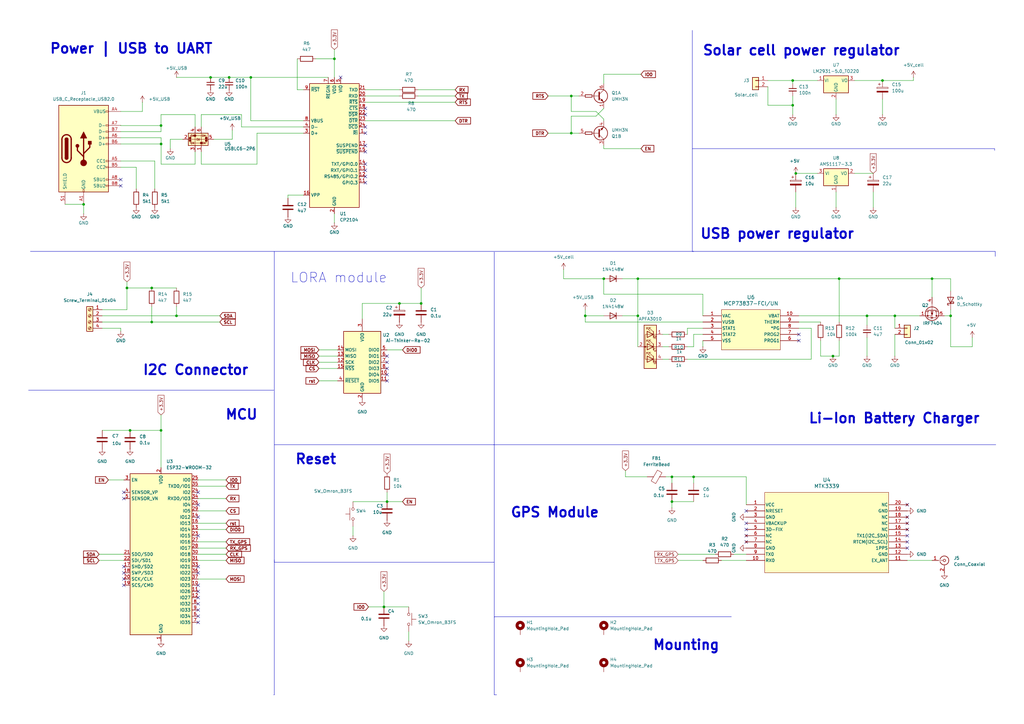
<source format=kicad_sch>
(kicad_sch (version 20231120) (generator "eeschema") (generator_version "8.0")
  (paper "A3")
  (title_block (title "Remote Plant Monitoring System") (date "2024-08-20") (company "                                   Freelancer"))
  (junction (at 158.75 205.74))
  (junction (at 93.98 31.75))
  (junction (at 66.0668 59.055))
  (junction (at 52.07 118.11))
  (junction (at 325.12 33.02))
  (junction (at 367.03 129.54))
  (junction (at 361.95 33.02))
  (junction (at 355.6 129.54))
  (junction (at 62.23 132.08))
  (junction (at 34.29 83.82))
  (junction (at 163.83 124.46))
  (junction (at 325.12 43.18))
  (junction (at 240.03 129.54))
  (junction (at 137.16 24.13))
  (junction (at 234.315 39.37))
  (junction (at 275.59 205.74))
  (junction (at 72.39 129.54))
  (junction (at 389.89 129.54))
  (junction (at 53.34 176.53))
  (junction (at 157.48 248.92))
  (junction (at 326.39 71.12))
  (junction (at 86.36 31.75))
  (junction (at 66.04 51.489))
  (junction (at 261.62 129.54))
  (junction (at 275.59 195.58))
  (junction (at 341.63 146.05))
  (junction (at 62.23 118.11))
  (junction (at 102.87 31.75))
  (junction (at 284.48 195.58))
  (junction (at 261.62 114.3))
  (junction (at 234.315 54.61))
  (junction (at 172.72 124.46))
  (junction (at 382.27 114.3))
  (junction (at 247.65 114.3))
  (junction (at 344.17 114.3))
  (junction (at 66.04 176.53))
  (no_connect (at 139.7 31.75))
  (no_connect (at 81.28 247.65))
  (no_connect (at 81.28 234.95))
  (no_connect (at 158.75 156.21))
  (no_connect (at 372.11 212.09))
  (no_connect (at 81.28 245.11))
  (no_connect (at 372.11 222.25))
  (no_connect (at 81.28 212.09))
  (no_connect (at 50.8 232.41))
  (no_connect (at 372.11 224.79))
  (no_connect (at 81.28 250.19))
  (no_connect (at 81.28 255.27))
  (no_connect (at 372.11 214.63))
  (no_connect (at 81.28 207.01))
  (no_connect (at 372.11 219.71))
  (no_connect (at 158.75 153.67))
  (no_connect (at 50.8 201.93))
  (no_connect (at 327.66 139.7))
  (no_connect (at 372.11 207.01))
  (no_connect (at 149.86 46.99))
  (no_connect (at 81.28 232.41))
  (no_connect (at 327.66 137.16))
  (no_connect (at 50.8 234.95))
  (no_connect (at 81.28 242.57))
  (no_connect (at 149.86 59.69))
  (no_connect (at 306.07 217.17))
  (no_connect (at 50.8 204.47))
  (no_connect (at 306.07 209.55))
  (no_connect (at 149.86 69.85))
  (no_connect (at 49.53 73.66))
  (no_connect (at 306.07 214.63))
  (no_connect (at 81.28 252.73))
  (no_connect (at 149.86 52.07))
  (no_connect (at 158.75 151.13))
  (no_connect (at 149.86 72.39))
  (no_connect (at 149.86 67.31))
  (no_connect (at 50.8 240.03))
  (no_connect (at 158.75 146.05))
  (no_connect (at 149.86 54.61))
  (no_connect (at 158.75 148.59))
  (no_connect (at 81.28 240.03))
  (no_connect (at 50.8 237.49))
  (no_connect (at 81.28 201.93))
  (no_connect (at 149.86 62.23))
  (no_connect (at 49.53 76.2))
  (no_connect (at 149.86 44.45))
  (no_connect (at 306.07 222.25))
  (no_connect (at 372.11 217.17))
  (no_connect (at 81.28 219.71))
  (no_connect (at 149.86 74.93))
  (no_connect (at 306.07 219.71))
  (wire (pts (xy 72.39 31.75) (xy 86.36 31.75)))
  (wire (pts (xy 247.65 48.895) (xy 247.65 49.53)))
  (wire (pts (xy 288.29 134.62) (xy 281.94 134.62)))
  (wire (pts (xy 350.52 71.12) (xy 358.14 71.12)))
  (wire (pts (xy 130.81 148.59) (xy 138.43 148.59)))
  (wire (pts (xy 72.39 125.73) (xy 72.39 129.54)))
  (wire (pts (xy 66.0668 67.31) (xy 66.0668 59.055)))
  (wire (pts (xy 81.28 227.33) (xy 92.71 227.33)))
  (wire (pts (xy 325.12 34.29) (xy 325.12 33.02)))
  (polyline (pts (xy 112.522 103.124) (xy 112.522 284.988)))
  (wire (pts (xy 255.27 129.54) (xy 261.62 129.54)))
  (wire (pts (xy 80.01 67.31) (xy 66.0668 67.31)))
  (polyline (pts (xy 112.522 182.372) (xy 202.692 182.372)))
  (wire (pts (xy 288.29 120.65) (xy 288.29 129.54)))
  (wire (pts (xy 275.59 195.58) (xy 284.48 195.58)))
  (wire (pts (xy 81.28 196.85) (xy 92.71 196.85)))
  (polyline (pts (xy 283.972 12.446) (xy 283.972 103.124)))
  (wire (pts (xy 102.87 31.75) (xy 134.62 31.75)))
  (wire (pts (xy 327.66 132.08) (xy 336.55 132.08)))
  (wire (pts (xy 158.75 201.93) (xy 158.75 205.74)))
  (wire (pts (xy 151.13 248.92) (xy 157.48 248.92)))
  (wire (pts (xy 332.74 147.32) (xy 332.74 134.62)))
  (wire (pts (xy 262.89 30.48) (xy 247.65 30.48)))
  (wire (pts (xy 271.78 147.32) (xy 274.32 147.32)))
  (wire (pts (xy 49.53 56.515) (xy 66.0668 56.515)))
  (wire (pts (xy 81.28 224.79) (xy 92.71 224.79)))
  (wire (pts (xy 326.39 71.12) (xy 335.28 71.12)))
  (wire (pts (xy 234.315 47.625) (xy 244.475 47.625)))
  (wire (pts (xy 374.65 31.75) (xy 374.65 33.02)))
  (wire (pts (xy 72.39 129.54) (xy 90.17 129.54)))
  (wire (pts (xy 66.0668 56.515) (xy 66.0668 59.055)))
  (wire (pts (xy 247.65 60.96) (xy 247.65 59.69)))
  (wire (pts (xy 167.64 262.89) (xy 167.64 259.08)))
  (wire (pts (xy 224.79 54.61) (xy 234.315 54.61)))
  (wire (pts (xy 81.28 222.25) (xy 92.71 222.25)))
  (wire (pts (xy 240.03 132.08) (xy 240.03 129.54)))
  (wire (pts (xy 234.315 39.37) (xy 234.315 45.72)))
  (wire (pts (xy 149.86 41.91) (xy 186.69 41.91)))
  (wire (pts (xy 157.48 242.57) (xy 157.48 248.92)))
  (wire (pts (xy 81.28 214.63) (xy 92.71 214.63)))
  (wire (pts (xy 361.95 40.64) (xy 361.95 46.99)))
  (wire (pts (xy 137.16 24.13) (xy 137.16 31.75)))
  (wire (pts (xy 163.83 124.46) (xy 148.59 124.46)))
  (wire (pts (xy 121.92 36.83) (xy 121.92 24.13)))
  (wire (pts (xy 52.07 115.57) (xy 52.07 118.11)))
  (wire (pts (xy 326.39 78.74) (xy 326.39 85.09)))
  (wire (pts (xy 342.9 40.64) (xy 342.9 46.99)))
  (wire (pts (xy 40.64 227.33) (xy 50.8 227.33)))
  (wire (pts (xy 149.86 49.53) (xy 186.69 49.53)))
  (wire (pts (xy 66.04 53.975) (xy 49.53 53.975)))
  (wire (pts (xy 172.72 118.11) (xy 172.72 124.46)))
  (wire (pts (xy 271.78 142.24) (xy 274.32 142.24)))
  (wire (pts (xy 344.17 146.05) (xy 341.63 146.05)))
  (wire (pts (xy 49.53 135.89) (xy 49.53 134.62)))
  (wire (pts (xy 387.35 129.54) (xy 389.89 129.54)))
  (wire (pts (xy 102.87 49.53) (xy 124.46 49.53)))
  (wire (pts (xy 281.94 134.62) (xy 281.94 137.16)))
  (polyline (pts (xy 112.522 230.632) (xy 202.692 230.632)))
  (wire (pts (xy 34.29 87.63) (xy 34.29 83.82)))
  (wire (pts (xy 336.55 139.7) (xy 336.55 146.05)))
  (wire (pts (xy 261.62 114.3) (xy 344.17 114.3)))
  (wire (pts (xy 149.86 36.83) (xy 163.83 36.83)))
  (wire (pts (xy 358.14 78.74) (xy 358.14 85.09)))
  (wire (pts (xy 278.13 227.33) (xy 293.37 227.33)))
  (wire (pts (xy 275.59 205.74) (xy 275.59 208.28)))
  (wire (pts (xy 367.03 129.54) (xy 377.19 129.54)))
  (wire (pts (xy 344.17 139.7) (xy 344.17 146.05)))
  (polyline (pts (xy 283.972 103.124) (xy 284.48 103.124)))
  (wire (pts (xy 93.98 31.75) (xy 102.87 31.75)))
  (wire (pts (xy 41.91 127) (xy 52.07 127)))
  (wire (pts (xy 284.48 205.74) (xy 275.59 205.74)))
  (wire (pts (xy 163.83 124.46) (xy 172.72 124.46)))
  (wire (pts (xy 66.04 170.18) (xy 66.04 176.53)))
  (wire (pts (xy 350.52 33.02) (xy 361.95 33.02)))
  (wire (pts (xy 62.23 118.11) (xy 72.39 118.11)))
  (wire (pts (xy 82.55 46.99) (xy 99.06 46.99)))
  (polyline (pts (xy 112.522 229.616) (xy 112.522 230.632)))
  (wire (pts (xy 66.04 51.489) (xy 66.04 53.975)))
  (wire (pts (xy 284.48 142.24) (xy 281.94 142.24)))
  (wire (pts (xy 262.89 60.96) (xy 247.65 60.96)))
  (wire (pts (xy 66.0668 59.055) (xy 49.53 59.055)))
  (wire (pts (xy 149.86 39.37) (xy 163.83 39.37)))
  (wire (pts (xy 355.6 133.35) (xy 355.6 129.54)))
  (wire (pts (xy 41.91 176.53) (xy 53.34 176.53)))
  (wire (pts (xy 275.59 195.58) (xy 275.59 198.12)))
  (wire (pts (xy 158.75 205.74) (xy 165.1 205.74)))
  (wire (pts (xy 95.25 53.34) (xy 95.25 57.15)))
  (wire (pts (xy 327.66 129.54) (xy 355.6 129.54)))
  (wire (pts (xy 87.63 57.15) (xy 95.25 57.15)))
  (wire (pts (xy 49.53 66.04) (xy 63.5 66.04)))
  (polyline (pts (xy 202.438 182.372) (xy 408.432 182.372)))
  (wire (pts (xy 284.48 195.58) (xy 284.48 198.12)))
  (wire (pts (xy 344.17 114.3) (xy 344.17 132.08)))
  (wire (pts (xy 80.01 46.99) (xy 80.01 52.07)))
  (wire (pts (xy 231.14 114.3) (xy 231.14 110.49)))
  (wire (pts (xy 52.07 118.11) (xy 52.07 127)))
  (wire (pts (xy 234.315 39.37) (xy 237.49 39.37)))
  (wire (pts (xy 288.29 139.7) (xy 288.29 142.24)))
  (wire (pts (xy 265.43 195.58) (xy 256.54 195.58)))
  (wire (pts (xy 231.14 114.3) (xy 247.65 114.3)))
  (wire (pts (xy 137.16 24.13) (xy 137.16 20.32)))
  (wire (pts (xy 247.65 44.45) (xy 244.475 47.625)))
  (wire (pts (xy 389.89 127) (xy 389.89 129.54)))
  (wire (pts (xy 26.67 83.82) (xy 34.29 83.82)))
  (wire (pts (xy 389.89 114.3) (xy 382.27 114.3)))
  (wire (pts (xy 398.78 142.24) (xy 398.78 138.43)))
  (polyline (pts (xy 283.972 60.96) (xy 407.924 60.96)))
  (wire (pts (xy 382.27 114.3) (xy 382.27 121.92)))
  (wire (pts (xy 63.5 66.04) (xy 63.5 77.47)))
  (wire (pts (xy 81.28 199.39) (xy 92.71 199.39)))
  (polyline (pts (xy 202.692 103.378) (xy 202.692 284.988)))
  (wire (pts (xy 342.9 78.74) (xy 342.9 85.09)))
  (wire (pts (xy 224.79 39.37) (xy 234.315 39.37)))
  (wire (pts (xy 82.55 62.23) (xy 82.55 67.31)))
  (wire (pts (xy 99.06 52.07) (xy 99.06 46.99)))
  (wire (pts (xy 372.11 229.87) (xy 382.27 229.87)))
  (wire (pts (xy 86.36 31.75) (xy 93.98 31.75)))
  (wire (pts (xy 240.03 132.08) (xy 288.29 132.08)))
  (wire (pts (xy 300.99 227.33) (xy 306.07 227.33)))
  (wire (pts (xy 325.12 43.18) (xy 325.12 46.99)))
  (wire (pts (xy 157.48 248.92) (xy 167.64 248.92)))
  (wire (pts (xy 69.85 60.96) (xy 69.85 57.15)))
  (polyline (pts (xy 407.924 60.96) (xy 407.924 61.722)))
  (wire (pts (xy 80.01 46.99) (xy 66.04 46.99)))
  (wire (pts (xy 281.94 147.32) (xy 332.74 147.32)))
  (wire (pts (xy 144.78 205.74) (xy 158.75 205.74)))
  (wire (pts (xy 332.74 134.62) (xy 327.66 134.62)))
  (polyline (pts (xy 202.692 252.984) (xy 202.692 253.238)))
  (wire (pts (xy 41.91 132.08) (xy 62.23 132.08)))
  (wire (pts (xy 247.65 114.3) (xy 247.65 120.65)))
  (wire (pts (xy 355.6 138.43) (xy 355.6 146.05)))
  (wire (pts (xy 158.75 143.51) (xy 165.1 143.51)))
  (wire (pts (xy 81.28 204.47) (xy 92.71 204.47)))
  (wire (pts (xy 124.46 80.01) (xy 118.11 80.01)))
  (wire (pts (xy 49.53 45.72) (xy 58.42 45.72)))
  (wire (pts (xy 130.81 156.21) (xy 138.43 156.21)))
  (wire (pts (xy 62.23 125.73) (xy 62.23 132.08)))
  (wire (pts (xy 69.85 57.15) (xy 74.93 57.15)))
  (wire (pts (xy 255.27 114.3) (xy 261.62 114.3)))
  (wire (pts (xy 271.78 137.16) (xy 274.32 137.16)))
  (wire (pts (xy 278.13 229.87) (xy 288.29 229.87)))
  (wire (pts (xy 81.28 229.87) (xy 92.71 229.87)))
  (wire (pts (xy 130.81 151.13) (xy 138.43 151.13)))
  (wire (pts (xy 124.46 36.83) (xy 121.92 36.83)))
  (wire (pts (xy 41.91 129.54) (xy 72.39 129.54)))
  (wire (pts (xy 389.89 119.38) (xy 389.89 114.3)))
  (wire (pts (xy 247.65 120.65) (xy 288.29 120.65)))
  (wire (pts (xy 288.29 137.16) (xy 284.48 137.16)))
  (wire (pts (xy 148.59 124.46) (xy 148.59 130.81)))
  (wire (pts (xy 398.78 142.24) (xy 389.89 142.24)))
  (wire (pts (xy 52.07 118.11) (xy 62.23 118.11)))
  (wire (pts (xy 49.53 51.489) (xy 66.04 51.489)))
  (polyline (pts (xy 12.446 103.124) (xy 408.178 103.124)))
  (wire (pts (xy 81.28 217.17) (xy 92.71 217.17)))
  (polyline (pts (xy 112.268 284.988) (xy 112.522 284.988)))
  (wire (pts (xy 382.27 114.3) (xy 344.17 114.3)))
  (wire (pts (xy 44.45 196.85) (xy 50.8 196.85)))
  (wire (pts (xy 284.48 137.16) (xy 284.48 142.24)))
  (wire (pts (xy 80.01 62.23) (xy 80.01 67.31)))
  (wire (pts (xy 295.91 229.87) (xy 306.07 229.87)))
  (wire (pts (xy 355.6 129.54) (xy 367.03 129.54)))
  (wire (pts (xy 40.64 229.87) (xy 50.8 229.87)))
  (wire (pts (xy 256.54 195.58) (xy 256.54 193.04)))
  (wire (pts (xy 367.03 129.54) (xy 367.03 134.62)))
  (wire (pts (xy 144.78 219.71) (xy 144.78 215.9)))
  (wire (pts (xy 53.34 176.53) (xy 66.04 176.53)))
  (wire (pts (xy 367.03 137.16) (xy 367.03 146.05)))
  (wire (pts (xy 171.45 36.83) (xy 186.69 36.83)))
  (wire (pts (xy 82.55 46.99) (xy 82.55 52.07)))
  (wire (pts (xy 82.55 67.31) (xy 105.41 67.31)))
  (wire (pts (xy 306.07 207.01) (xy 306.07 195.58)))
  (wire (pts (xy 124.46 52.07) (xy 99.06 52.07)))
  (wire (pts (xy 55.88 68.58) (xy 49.53 68.58)))
  (wire (pts (xy 105.41 54.61) (xy 105.41 67.31)))
  (wire (pts (xy 62.23 132.08) (xy 90.17 132.08)))
  (wire (pts (xy 314.96 43.18) (xy 325.12 43.18)))
  (wire (pts (xy 261.62 114.3) (xy 261.62 129.54)))
  (wire (pts (xy 336.55 146.05) (xy 341.63 146.05)))
  (wire (pts (xy 130.81 143.51) (xy 138.43 143.51)))
  (wire (pts (xy 314.96 35.56) (xy 314.96 43.18)))
  (wire (pts (xy 66.04 46.99) (xy 66.04 51.489)))
  (wire (pts (xy 49.53 51.435) (xy 49.53 51.489)))
  (wire (pts (xy 314.96 33.02) (xy 325.12 33.02)))
  (wire (pts (xy 118.11 80.01) (xy 118.11 81.28)))
  (wire (pts (xy 81.28 209.55) (xy 92.71 209.55)))
  (wire (pts (xy 374.65 33.02) (xy 361.95 33.02)))
  (wire (pts (xy 66.04 191.77) (xy 66.04 176.53)))
  (wire (pts (xy 49.53 134.62) (xy 41.91 134.62)))
  (wire (pts (xy 171.45 39.37) (xy 186.69 39.37)))
  (wire (pts (xy 55.88 77.47) (xy 55.88 68.58)))
  (wire (pts (xy 240.03 129.54) (xy 240.03 127)))
  (wire (pts (xy 244.475 45.72) (xy 247.65 48.895)))
  (polyline (pts (xy 299.974 252.984) (xy 202.692 252.984)))
  (wire (pts (xy 234.315 54.61) (xy 237.49 54.61)))
  (wire (pts (xy 240.03 129.54) (xy 247.65 129.54)))
  (wire (pts (xy 261.62 142.24) (xy 261.62 129.54)))
  (wire (pts (xy 273.05 195.58) (xy 275.59 195.58)))
  (wire (pts (xy 102.87 31.75) (xy 102.87 49.53)))
  (wire (pts (xy 234.315 45.72) (xy 244.475 45.72)))
  (wire (pts (xy 137.16 87.63) (xy 137.16 91.44)))
  (wire (pts (xy 325.12 33.02) (xy 335.28 33.02)))
  (polyline (pts (xy 408.178 103.124) (xy 408.178 105.156)))
  (wire (pts (xy 325.12 39.37) (xy 325.12 43.18)))
  (wire (pts (xy 234.315 47.625) (xy 234.315 54.61)))
  (wire (pts (xy 247.65 30.48) (xy 247.65 34.29)))
  (polyline (pts (xy 202.692 284.988) (xy 203.708 284.988)))
  (wire (pts (xy 284.48 195.58) (xy 306.07 195.58)))
  (wire (pts (xy 130.81 146.05) (xy 138.43 146.05)))
  (wire (pts (xy 129.54 24.13) (xy 137.16 24.13)))
  (wire (pts (xy 389.89 142.24) (xy 389.89 129.54)))
  (wire (pts (xy 105.41 54.61) (xy 124.46 54.61)))
  (wire (pts (xy 81.28 237.49) (xy 92.71 237.49)))
  (wire (pts (xy 58.42 41.91) (xy 58.42 45.72)))
  (polyline (pts (xy 11.684 160.02) (xy 112.268 160.02)))
  (text "I2C Connector\n" (at 80.264 151.892 0) (effects (font (size 4 4) (thickness 0.8) (bold yes))))
  (text "Reset\n" (at 129.54 188.468 0) (effects (font (size 4 4) (thickness 0.8) (bold yes))))
  (text "MCU" (at 99.06 170.18 0) (effects (font (size 4 4) (bold yes))))
  (text "Power | USB to UART" (at 53.848 20.066 0) (effects (font (size 4 4) (bold yes))))
  (text "Mounting" (at 281.432 264.668 0) (effects (font (size 4 4) (bold yes))))
  (text "GPS Module" (at 227.584 210.312 0) (effects (font (size 4 4) (bold yes))))
  (text " Li-Ion Battery Charger" (at 365.252 171.704 0) (effects (font (size 4 4) (bold yes))))
  (text "LORA module\n" (at 138.938 114.046 0) (effects (font (size 4 4))))
  (text "Solar cell power regulator" (at 328.676 20.828 0) (effects (font (size 4 4) (bold yes))))
  (text "USB power regulator" (at 318.77 96.012 0) (effects (font (size 4 4) (bold yes))))
  (global_label "RX" (shape input) (at 92.71 204.47 0) (effects (font (thickness 0.254) (bold yes))) (property "Intersheetrefs" "${INTERSHEET_REFS}" (effects (hide yes))))
  (global_label "TX_GPS" (shape input) (at 278.13 229.87 180) (property "Intersheetrefs" "${INTERSHEET_REFS}" (effects (hide yes))))
  (global_label "+3.3V" (shape input) (at 52.07 115.57 90) (property "Intersheetrefs" "${INTERSHEET_REFS}" (effects (hide yes))))
  (global_label "RTS" (shape input) (at 186.69 41.91 0) (effects (font (thickness 0.254) (bold yes))) (property "Intersheetrefs" "${INTERSHEET_REFS}" (effects (hide yes))))
  (global_label "DTR" (shape input) (at 224.79 54.61 180) (effects (font (thickness 0.254) (bold yes))) (property "Intersheetrefs" "${INTERSHEET_REFS}" (effects (hide yes))))
  (global_label "+3.3V" (shape input) (at 66.04 170.18 90) (property "Intersheetrefs" "${INTERSHEET_REFS}" (effects (hide yes))))
  (global_label "+3.3V" (shape input) (at 256.54 193.04 90) (property "Intersheetrefs" "${INTERSHEET_REFS}" (effects (hide yes))))
  (global_label "+3.3V" (shape input) (at 137.16 20.32 90) (property "Intersheetrefs" "${INTERSHEET_REFS}" (effects (hide yes))))
  (global_label "CS" (shape input) (at 130.81 151.13 180) (effects (font (thickness 0.254) (bold yes))) (property "Intersheetrefs" "${INTERSHEET_REFS}" (effects (hide yes))))
  (global_label "TX" (shape input) (at 92.71 199.39 0) (effects (font (thickness 0.254) (bold yes))) (property "Intersheetrefs" "${INTERSHEET_REFS}" (effects (hide yes))))
  (global_label "+3.3V" (shape input) (at 157.48 242.57 90) (property "Intersheetrefs" "${INTERSHEET_REFS}" (effects (hide yes))))
  (global_label "RTS" (shape input) (at 224.79 39.37 180) (effects (font (thickness 0.254) (bold yes))) (property "Intersheetrefs" "${INTERSHEET_REFS}" (effects (hide yes))))
  (global_label "CLK" (shape input) (at 92.71 227.33 0) (effects (font (thickness 0.254) (bold yes))) (property "Intersheetrefs" "${INTERSHEET_REFS}" (effects (hide yes))))
  (global_label "CLK" (shape input) (at 130.81 148.59 180) (effects (font (thickness 0.254) (bold yes))) (property "Intersheetrefs" "${INTERSHEET_REFS}" (effects (hide yes))))
  (global_label "IO0" (shape input) (at 262.89 30.48 0) (effects (font (thickness 0.254) (bold yes))) (property "Intersheetrefs" "${INTERSHEET_REFS}" (effects (hide yes))))
  (global_label "SCL" (shape input) (at 90.17 132.08 0) (effects (font (thickness 0.254) (bold yes))) (property "Intersheetrefs" "${INTERSHEET_REFS}" (effects (hide yes))))
  (global_label "TX_GPS" (shape input) (at 92.71 222.25 0) (effects (font (thickness 0.254) (bold yes))) (property "Intersheetrefs" "${INTERSHEET_REFS}" (effects (hide yes))))
  (global_label "RX_GPS" (shape input) (at 278.13 227.33 180) (property "Intersheetrefs" "${INTERSHEET_REFS}" (effects (hide yes))))
  (global_label "EN" (shape input) (at 44.45 196.85 180) (effects (font (thickness 0.254) (bold yes))) (property "Intersheetrefs" "${INTERSHEET_REFS}" (effects (hide yes))))
  (global_label "SDA" (shape input) (at 40.64 227.33 180) (effects (font (thickness 0.254) (bold yes))) (property "Intersheetrefs" "${INTERSHEET_REFS}" (effects (hide yes))))
  (global_label "DIO0" (shape input) (at 165.1 143.51 0) (effects (font (thickness 0.254) (bold yes))) (property "Intersheetrefs" "${INTERSHEET_REFS}" (effects (hide yes))))
  (global_label "IO0" (shape input) (at 151.13 248.92 180) (effects (font (thickness 0.254) (bold yes))) (property "Intersheetrefs" "${INTERSHEET_REFS}" (effects (hide yes))))
  (global_label "rst" (shape input) (at 92.71 214.63 0) (effects (font (thickness 0.254) (bold yes))) (property "Intersheetrefs" "${INTERSHEET_REFS}" (effects (hide yes))))
  (global_label "TX" (shape input) (at 186.69 39.37 0) (effects (font (thickness 0.254) (bold yes))) (property "Intersheetrefs" "${INTERSHEET_REFS}" (effects (hide yes))))
  (global_label "MISO" (shape input) (at 130.81 146.05 180) (effects (font (bold yes))) (property "Intersheetrefs" "${INTERSHEET_REFS}" (effects (hide yes))))
  (global_label "EN" (shape input) (at 165.1 205.74 0) (effects (font (thickness 0.254) (bold yes))) (property "Intersheetrefs" "${INTERSHEET_REFS}" (effects (hide yes))))
  (global_label "DIO0" (shape input) (at 92.71 217.17 0) (effects (font (thickness 0.254) (bold yes))) (property "Intersheetrefs" "${INTERSHEET_REFS}" (effects (hide yes))))
  (global_label "IO0" (shape input) (at 92.71 196.85 0) (effects (font (thickness 0.254) (bold yes))) (property "Intersheetrefs" "${INTERSHEET_REFS}" (effects (hide yes))))
  (global_label "MISO" (shape input) (at 92.71 229.87 0) (effects (font (thickness 0.254) (bold yes))) (property "Intersheetrefs" "${INTERSHEET_REFS}" (effects (hide yes))))
  (global_label "EN" (shape input) (at 262.89 60.96 0) (effects (font (thickness 0.254) (bold yes))) (property "Intersheetrefs" "${INTERSHEET_REFS}" (effects (hide yes))))
  (global_label "+3.3V" (shape input) (at 358.14 71.12 90) (property "Intersheetrefs" "${INTERSHEET_REFS}" (effects (hide yes))))
  (global_label "rst" (shape input) (at 130.81 156.21 180) (effects (font (thickness 0.254) (bold yes))) (property "Intersheetrefs" "${INTERSHEET_REFS}" (effects (hide yes))))
  (global_label "MOSI" (shape input) (at 130.81 143.51 180) (effects (font (bold yes))) (property "Intersheetrefs" "${INTERSHEET_REFS}" (effects (hide yes))))
  (global_label "+3.3V" (shape input) (at 158.75 194.31 90) (property "Intersheetrefs" "${INTERSHEET_REFS}" (effects (hide yes))))
  (global_label "RX_GPS" (shape input) (at 92.71 224.79 0) (effects (font (thickness 0.254) (bold yes))) (property "Intersheetrefs" "${INTERSHEET_REFS}" (effects (hide yes))))
  (global_label "RX" (shape input) (at 186.69 36.83 0) (effects (font (thickness 0.254) (bold yes))) (property "Intersheetrefs" "${INTERSHEET_REFS}" (effects (hide yes))))
  (global_label "+3.3V" (shape input) (at 172.72 118.11 90) (property "Intersheetrefs" "${INTERSHEET_REFS}" (effects (hide yes))))
  (global_label "SDA" (shape input) (at 90.17 129.54 0) (effects (font (thickness 0.254) (bold yes))) (property "Intersheetrefs" "${INTERSHEET_REFS}" (effects (hide yes))))
  (global_label "CS" (shape input) (at 92.71 209.55 0) (effects (font (thickness 0.254) (bold yes))) (property "Intersheetrefs" "${INTERSHEET_REFS}" (effects (hide yes))))
  (global_label "MOSI" (shape input) (at 92.71 237.49 0) (effects (font (thickness 0.254) (bold yes))) (property "Intersheetrefs" "${INTERSHEET_REFS}" (effects (hide yes))))
  (global_label "SCL" (shape input) (at 40.64 229.87 180) (effects (font (thickness 0.254) (bold yes))) (property "Intersheetrefs" "${INTERSHEET_REFS}" (effects (hide yes))))
  (global_label "DTR" (shape input) (at 186.69 49.53 0) (effects (font (thickness 0.254) (bold yes))) (property "Intersheetrefs" "${INTERSHEET_REFS}" (effects (hide yes))))
  (symbol (lib_id "Device:C") (at 118.11 85.09 0) (unit 1)
    (property "Reference" "C12" (at 121.92 83.8199 0) (effects (justify left)))
    (property "Value" "4u7" (at 121.92 86.3599 0) (effects (justify left)))
    (property "Footprint" "Capacitor_SMD:C_0402_1005Metric_Pad0.74x0.62mm_HandSolder" (effects (hide yes)))
    (property "Description" "Unpolarized capacitor" (effects (hide yes)))
  )
  (symbol (lib_id "Device:C") (at 41.91 180.34 0) (unit 1)
    (property "Reference" "C7" (at 45.974 178.816 0) (effects (justify left)))
    (property "Value" "10u" (at 45.974 181.864 0) (effects (justify left)))
    (property "Footprint" "Capacitor_SMD:C_0402_1005Metric_Pad0.74x0.62mm_HandSolder" (effects (hide yes)))
    (property "Description" "Unpolarized capacitor" (effects (hide yes)))
  )
  (symbol (lib_id "Device:C_Small") (at 93.98 34.29 0) (unit 1)
    (property "Reference" "C10" (at 96.52 33.0263 0) (effects (justify left)))
    (property "Value" "100n" (at 96.52 35.5663 0) (effects (justify left)))
    (property "Footprint" "Capacitor_SMD:C_0402_1005Metric_Pad0.74x0.62mm_HandSolder" (effects (hide yes)))
    (property "Description" "Unpolarized capacitor, small symbol" (effects (hide yes)))
  )
  (symbol (lib_id "power:GND") (at 148.59 163.83 0) (unit 1)
    (property "Reference" "#PWR04" (effects (hide yes)))
    (property "Value" "GND" (at 148.59 168.91 0))
    (property "Description" "Power symbol creates a global label with name \"GND\" , ground" (effects (hide yes)))
  )
  (symbol (lib_id "Power_Protection:USBLC6-2P6") (at 82.55 57.15 270) (mirror x) (unit 1)
    (property "Reference" "U5" (at 93.345 59.055 90))
    (property "Value" "USBLC6-2P6" (at 98.425 60.96 90))
    (property "Footprint" "Package_TO_SOT_SMD:SOT-666" (effects (hide yes)))
    (property "Datasheet" "https://www.st.com/resource/en/datasheet/usblc6-2.pdf" (effects (hide yes)))
    (property "Description" "Very low capacitance ESD protection diode, 2 data-line, SOT-666" (effects (hide yes)))
  )
  (symbol (lib_id "power:+5V") (at 95.25 53.34 0) (unit 1)
    (property "Reference" "#PWR021" (effects (hide yes)))
    (property "Value" "+5V_USB" (at 89.916 48.514 0) (effects (justify left)))
    (property "Description" "Power symbol creates a global label with name \"+5V\"" (effects (hide yes)))
  )
  (symbol (lib_id "power:GND") (at 137.16 91.44 0) (unit 1)
    (property "Reference" "#PWR030" (effects (hide yes)))
    (property "Value" "GND" (at 137.16 95.25 0))
    (property "Description" "Power symbol creates a global label with name \"GND\" , ground" (effects (hide yes)))
  )
  (symbol (lib_id "power:GND") (at 326.39 85.09 0) (unit 1)
    (property "Reference" "#PWR042" (effects (hide yes)))
    (property "Value" "GND" (at 326.39 88.9 0))
    (property "Description" "Power symbol creates a global label with name \"GND\" , ground" (effects (hide yes)))
  )
  (symbol (lib_id "Device:R") (at 72.39 121.92 0) (unit 1)
    (property "Reference" "R15" (at 74.93 120.6499 0) (effects (justify left)))
    (property "Value" "4k7" (at 74.93 123.1899 0) (effects (justify left)))
    (property "Footprint" "Resistor_SMD:R_0603_1608Metric_Pad0.98x0.95mm_HandSolder" (effects (hide yes)))
    (property "Description" "Resistor" (effects (hide yes)))
  )
  (symbol (lib_id "Device:C_Small") (at 86.36 34.29 0) (unit 1)
    (property "Reference" "C9" (at 89.535 33.0263 0) (effects (justify left)))
    (property "Value" "22u" (at 89.535 35.5663 0) (effects (justify left)))
    (property "Footprint" "Capacitor_SMD:C_0402_1005Metric_Pad0.74x0.62mm_HandSolder" (effects (hide yes)))
    (property "Description" "Unpolarized capacitor, small symbol" (effects (hide yes)))
  )
  (symbol (lib_id "Mechanical:MountingHole_Pad") (at 247.65 257.81 0) (unit 1) (exclude_from_sim yes) (in_bom no)
    (property "Reference" "H2" (at 250.19 255.2699 0) (effects (justify left)))
    (property "Value" "MountingHole_Pad" (at 250.19 257.8099 0) (effects (justify left)))
    (property "Footprint" "MountingHole:MountingHole_2.2mm_M2_DIN965_Pad" (effects (hide yes)))
    (property "Description" "Mounting Hole with connection" (effects (hide yes)))
  )
  (symbol (lib_id "power:GND") (at 93.98 36.83 0) (unit 1)
    (property "Reference" "#PWR025" (effects (hide yes)))
    (property "Value" "GND" (at 93.98 40.64 0))
    (property "Description" "Power symbol creates a global label with name \"GND\" , ground" (effects (hide yes)))
  )
  (symbol (lib_id "Device:FerriteBead") (at 269.24 195.58 270) (unit 1)
    (property "Reference" "FB1" (at 269.2908 187.96 90))
    (property "Value" "FerriteBead" (at 269.2908 190.5 90))
    (property "Footprint" "Inductor_SMD:L_0805_2012Metric" (effects (hide yes)))
    (property "Description" "Ferrite bead" (effects (hide yes)))
  )
  (symbol (lib_id "power:GND") (at 34.29 87.63 0) (unit 1)
    (property "Reference" "#PWR028" (effects (hide yes)))
    (property "Value" "GND" (at 34.29 91.44 0))
    (property "Description" "Power symbol creates a global label with name \"GND\" , ground" (effects (hide yes)))
  )
  (symbol (lib_id "power:GND") (at 69.85 60.96 0) (unit 1)
    (property "Reference" "#PWR027" (effects (hide yes)))
    (property "Value" "GND" (at 69.85 64.77 0))
    (property "Description" "Power symbol creates a global label with name \"GND\" , ground" (effects (hide yes)))
  )
  (symbol (lib_id "power:GND") (at 341.63 146.05 0) (unit 1)
    (property "Reference" "#PWR035" (effects (hide yes)))
    (property "Value" "GND" (at 341.63 149.86 0))
    (property "Description" "Power symbol creates a global label with name \"GND\" , ground" (effects (hide yes)))
  )
  (symbol (lib_id "power:GND") (at 118.11 88.9 0) (unit 1)
    (property "Reference" "#PWR029" (effects (hide yes)))
    (property "Value" "GND" (at 118.11 92.71 0))
    (property "Description" "Power symbol creates a global label with name \"GND\" , ground" (effects (hide yes)))
  )
  (symbol (lib_id "power:GND") (at 325.12 46.99 0) (unit 1)
    (property "Reference" "#PWR039" (effects (hide yes)))
    (property "Value" "GND" (at 325.12 50.8 0))
    (property "Description" "Power symbol creates a global label with name \"GND\" , ground" (effects (hide yes)))
  )
  (symbol (lib_id "Connector:Screw_Terminal_01x04") (at 36.83 129.54 0) (mirror y) (unit 1)
    (property "Reference" "J4" (at 36.83 120.65 0))
    (property "Value" "Screw_Terminal_01x04" (at 36.83 123.19 0))
    (property "Footprint" "TerminalBlock_Phoenix:TerminalBlock_Phoenix_MKDS-1,5-4-5.08_1x04_P5.08mm_Horizontal" (effects (hide yes)))
    (property "Description" "Generic screw terminal, single row, 01x04, script generated (kicad-library-utils/schlib/autogen/connector/)" (effects (hide yes)))
  )
  (symbol (lib_id "Device:R") (at 62.23 121.92 0) (unit 1)
    (property "Reference" "R14" (at 64.77 120.6499 0) (effects (justify left)))
    (property "Value" "4k7" (at 64.77 123.1899 0) (effects (justify left)))
    (property "Footprint" "Resistor_SMD:R_0603_1608Metric_Pad0.98x0.95mm_HandSolder" (effects (hide yes)))
    (property "Description" "Resistor" (effects (hide yes)))
  )
  (symbol (lib_id "power:GND") (at 342.9 46.99 0) (unit 1)
    (property "Reference" "#PWR038" (effects (hide yes)))
    (property "Value" "GND" (at 342.9 50.8 0))
    (property "Description" "Power symbol creates a global label with name \"GND\" , ground" (effects (hide yes)))
  )
  (symbol (lib_id "Switch:SW_Omron_B3FS") (at 167.64 254 270) (unit 1)
    (property "Reference" "SW3" (at 171.45 252.7299 90) (effects (justify left)))
    (property "Value" "SW_Omron_B3FS" (at 171.45 255.2699 90) (effects (justify left)))
    (property "Footprint" "Button_Switch_SMD:SW_SPST_Omron_B3FS-100xP" (effects (hide yes)))
    (property "Datasheet" "https://omronfs.omron.com/en_US/ecb/products/pdf/en-b3fs.pdf" (effects (hide yes)))
    (property "Description" "Omron B3FS 6x6mm single pole normally-open tactile switch" (effects (hide yes)))
  )
  (symbol (lib_id "power:GND") (at 355.6 146.05 0) (unit 1)
    (property "Reference" "#PWR037" (effects (hide yes)))
    (property "Value" "GND" (at 355.6 149.86 0))
    (property "Description" "Power symbol creates a global label with name \"GND\" , ground" (effects (hide yes)))
  )
  (symbol (lib_id "Device:C_Polarized") (at 358.14 74.93 0) (unit 1)
    (property "Reference" "C17" (at 361.95 72.7709 0) (effects (justify left)))
    (property "Value" "22u" (at 361.95 75.3109 0) (effects (justify left)))
    (property "Footprint" "Capacitor_SMD:C_0402_1005Metric_Pad0.74x0.62mm_HandSolder" (effects (hide yes)))
    (property "Description" "Polarized capacitor" (effects (hide yes)))
  )
  (symbol (lib_id "Device:C_Small") (at 325.12 36.83 0) (unit 1)
    (property "Reference" "C13" (at 327.66 35.5663 0) (effects (justify left)))
    (property "Value" "100n" (at 327.66 38.1063 0) (effects (justify left)))
    (property "Footprint" "Capacitor_SMD:C_0402_1005Metric_Pad0.74x0.62mm_HandSolder" (effects (hide yes)))
    (property "Description" "Unpolarized capacitor, small symbol" (effects (hide yes)))
  )
  (symbol (lib_id "Connector:Conn_Coaxial") (at 387.35 229.87 0) (unit 1)
    (property "Reference" "J5" (at 391.16 228.8931 0) (effects (justify left)))
    (property "Value" "Conn_Coaxial" (at 391.16 231.4331 0) (effects (justify left)))
    (property "Footprint" "Connector_Coaxial:U.FL_Hirose_U.FL-R-SMT-1_Vertical" (effects (hide yes)))
    (property "Description" "coaxial connector (BNC, SMA, SMB, SMC, Cinch/RCA, LEMO, ...)" (effects (hide yes)))
  )
  (symbol (lib_id "power:GND") (at 275.59 208.28 0) (unit 1)
    (property "Reference" "#PWR012" (effects (hide yes)))
    (property "Value" "GND" (at 275.59 213.36 0))
    (property "Description" "Power symbol creates a global label with name \"GND\" , ground" (effects (hide yes)))
  )
  (symbol (lib_id "power:GND") (at 361.95 46.99 0) (unit 1)
    (property "Reference" "#PWR041" (effects (hide yes)))
    (property "Value" "GND" (at 361.95 50.8 0))
    (property "Description" "Power symbol creates a global label with name \"GND\" , ground" (effects (hide yes)))
  )
  (symbol (lib_id "Device:C") (at 157.48 252.73 0) (mirror y) (unit 1)
    (property "Reference" "C4" (at 161.798 250.698 0) (effects (justify left)))
    (property "Value" "0.1u" (at 152.4 253.746 0) (effects (justify left)))
    (property "Footprint" "Capacitor_SMD:C_0805_2012Metric_Pad1.18x1.45mm_HandSolder" (effects (hide yes)))
    (property "Description" "Unpolarized capacitor" (effects (hide yes)))
  )
  (symbol (lib_id "Diode:1N4148W") (at 251.46 129.54 0) (mirror y) (unit 1)
    (property "Reference" "D2" (at 251.46 123.19 0))
    (property "Value" "1N4148W" (at 251.46 125.73 0))
    (property "Footprint" "Diode_SMD:D_SOD-123" (effects (hide yes)))
    (property "Datasheet" "https://www.vishay.com/docs/85748/1n4148w.pdf" (effects (hide yes)))
    (property "Description" "75V 0.15A Fast Switching Diode, SOD-123" (effects (hide yes)))
    (property "Sim.Device" "D" (effects (hide yes)))
    (property "Sim.Pins" "1=K 2=A" (effects (hide yes)))
  )
  (symbol (lib_id "Regulator_Linear:AMS1117-3.3") (at 342.9 71.12 0) (unit 1)
    (property "Reference" "U8" (at 342.9 64.77 0))
    (property "Value" "AMS1117-3.3" (at 342.9 67.31 0))
    (property "Footprint" "Package_TO_SOT_SMD:SOT-223-3_TabPin2" (effects (hide yes)))
    (property "Datasheet" "http://www.advanced-monolithic.com/pdf/ds1117.pdf" (effects (hide yes)))
    (property "Description" "1A Low Dropout regulator, positive, 3.3V fixed output, SOT-223" (effects (hide yes)))
  )
  (symbol (lib_id "Device:R") (at 278.13 147.32 90) (unit 1)
    (property "Reference" "R11" (at 278.384 147.32 90))
    (property "Value" "1k" (at 278.384 149.86 90))
    (property "Footprint" "Resistor_SMD:R_0603_1608Metric_Pad0.98x0.95mm_HandSolder" (effects (hide yes)))
    (property "Description" "Resistor" (effects (hide yes)))
  )
  (symbol (lib_id "power:GND") (at 55.88 85.09 0) (unit 1)
    (property "Reference" "#PWR018" (effects (hide yes)))
    (property "Value" "GND" (at 55.88 88.9 0))
    (property "Description" "Power symbol creates a global label with name \"GND\" , ground" (effects (hide yes)))
  )
  (symbol (lib_id "power:+5V") (at 398.78 138.43 0) (unit 1)
    (property "Reference" "#PWR047" (effects (hide yes)))
    (property "Value" "+5V" (at 398.272 133.35 0))
    (property "Description" "Power symbol creates a global label with name \"+5V\"" (effects (hide yes)))
  )
  (symbol (lib_id "Device:R") (at 278.13 142.24 90) (unit 1)
    (property "Reference" "R10" (at 278.384 142.494 90))
    (property "Value" "1k" (at 278.638 144.272 90))
    (property "Footprint" "Resistor_SMD:R_0603_1608Metric_Pad0.98x0.95mm_HandSolder" (effects (hide yes)))
    (property "Description" "Resistor" (effects (hide yes)))
  )
  (symbol (lib_id "power:GND") (at 342.9 85.09 0) (unit 1)
    (property "Reference" "#PWR044" (effects (hide yes)))
    (property "Value" "GND" (at 342.9 88.9 0))
    (property "Description" "Power symbol creates a global label with name \"GND\" , ground" (effects (hide yes)))
  )
  (symbol (lib_id "power:GND") (at 144.78 219.71 0) (unit 1)
    (property "Reference" "#PWR05" (effects (hide yes)))
    (property "Value" "GND" (at 144.78 224.79 0))
    (property "Description" "Power symbol creates a global label with name \"GND\" , ground" (effects (hide yes)))
  )
  (symbol (lib_id "Device:R") (at 63.5 81.28 0) (unit 1)
    (property "Reference" "R5" (at 66.04 80.0099 0) (effects (justify left)))
    (property "Value" "5k1" (at 66.04 82.5499 0) (effects (justify left)))
    (property "Footprint" "Resistor_SMD:R_0603_1608Metric_Pad0.98x0.95mm_HandSolder" (effects (hide yes)))
    (property "Description" "Resistor" (effects (hide yes)))
  )
  (symbol (lib_id "power:GND") (at 157.48 256.54 0) (mirror y) (unit 1)
    (property "Reference" "#PWR011" (effects (hide yes)))
    (property "Value" "GND" (at 157.48 261.62 0))
    (property "Description" "Power symbol creates a global label with name \"GND\" , ground" (effects (hide yes)))
  )
  (symbol (lib_id "Device:R") (at 344.17 135.89 0) (unit 1)
    (property "Reference" "R12" (at 346.71 134.6199 0) (effects (justify left)))
    (property "Value" "100k" (at 346.71 137.1599 0) (effects (justify left)))
    (property "Footprint" "Resistor_SMD:R_0805_2012Metric_Pad1.20x1.40mm_HandSolder" (effects (hide yes)))
    (property "Description" "Resistor" (effects (hide yes)))
  )
  (symbol (lib_id "power:GND") (at 387.35 234.95 0) (mirror y) (unit 1)
    (property "Reference" "#PWR051" (effects (hide yes)))
    (property "Value" "GND" (at 387.35 240.03 0))
    (property "Description" "Power symbol creates a global label with name \"GND\" , ground" (effects (hide yes)))
  )
  (symbol (lib_id "Device:C") (at 53.34 180.34 0) (unit 1)
    (property "Reference" "C8" (at 57.15 179.0699 0) (effects (justify left)))
    (property "Value" "0.1u" (at 57.15 181.6099 0) (effects (justify left)))
    (property "Footprint" "Capacitor_SMD:C_0805_2012Metric_Pad1.18x1.45mm_HandSolder" (effects (hide yes)))
    (property "Description" "Unpolarized capacitor" (effects (hide yes)))
  )
  (symbol (lib_id "Connector_Generic:Conn_01x02") (at 372.11 134.62 0) (unit 1)
    (property "Reference" "J2" (at 374.65 134.6199 0) (effects (justify left)))
    (property "Value" "Conn_01x02" (at 371.094 140.462 0) (effects (justify left)))
    (property "Footprint" "Connector_JST:JST_EH_B2B-EH-A_1x02_P2.50mm_Vertical" (effects (hide yes)))
    (property "Description" "Generic connector, single row, 01x02, script generated (kicad-library-utils/schlib/autogen/connector/)" (effects (hide yes)))
  )
  (symbol (lib_id "Mechanical:MountingHole_Pad") (at 213.36 257.81 0) (unit 1) (exclude_from_sim yes) (in_bom no)
    (property "Reference" "H1" (at 215.9 255.2699 0) (effects (justify left)))
    (property "Value" "MountingHole_Pad" (at 215.9 257.8099 0) (effects (justify left)))
    (property "Footprint" "MountingHole:MountingHole_2.2mm_M2_DIN965_Pad" (effects (hide yes)))
    (property "Description" "Mounting Hole with connection" (effects (hide yes)))
  )
  (symbol (lib_id "power:+5V") (at 72.39 31.75 0) (unit 1)
    (property "Reference" "#PWR023" (effects (hide yes)))
    (property "Value" "+5V_USB" (at 72.39 27.94 0))
    (property "Description" "Power symbol creates a global label with name \"+5V\"" (effects (hide yes)))
  )
  (symbol (lib_id "power:GND") (at 49.53 135.89 0) (unit 1)
    (property "Reference" "#PWR050" (effects (hide yes)))
    (property "Value" "GND" (at 49.53 139.7 0))
    (property "Description" "Power symbol creates a global label with name \"GND\" , ground" (effects (hide yes)))
  )
  (symbol (lib_id "Device:R") (at 336.55 135.89 0) (unit 1)
    (property "Reference" "R13" (at 338.328 134.62 0) (effects (justify left)))
    (property "Value" "10k" (at 339.09 137.1599 0) (effects (justify left)))
    (property "Footprint" "Resistor_SMD:R_0805_2012Metric_Pad1.20x1.40mm_HandSolder" (effects (hide yes)))
    (property "Description" "Resistor" (effects (hide yes)))
  )
  (symbol (lib_id "power:GND") (at 41.91 184.15 0) (unit 1)
    (property "Reference" "#PWR016" (effects (hide yes)))
    (property "Value" "GND" (at 41.91 189.23 0))
    (property "Description" "Power symbol creates a global label with name \"GND\" , ground" (effects (hide yes)))
  )
  (symbol (lib_id "Device:C_Polarized") (at 361.95 36.83 0) (unit 1)
    (property "Reference" "C15" (at 365.76 34.6709 0) (effects (justify left)))
    (property "Value" "100u" (at 365.76 37.2109 0) (effects (justify left)))
    (property "Footprint" "Capacitor_SMD:C_0805_2012Metric_Pad1.18x1.45mm_HandSolder" (effects (hide yes)))
    (property "Description" "Polarized capacitor" (effects (hide yes)))
  )
  (symbol (lib_id "Diode:1N4148W") (at 251.46 114.3 0) (mirror y) (unit 1)
    (property "Reference" "D1" (at 251.46 107.95 0))
    (property "Value" "1N4148W" (at 251.46 110.49 0))
    (property "Footprint" "Diode_SMD:D_SOD-123" (effects (hide yes)))
    (property "Datasheet" "https://www.vishay.com/docs/85748/1n4148w.pdf" (effects (hide yes)))
    (property "Description" "75V 0.15A Fast Switching Diode, SOD-123" (effects (hide yes)))
    (property "Sim.Device" "D" (effects (hide yes)))
    (property "Sim.Pins" "1=K 2=A" (effects (hide yes)))
  )
  (symbol (lib_id "power:GND") (at 167.64 262.89 0) (mirror y) (unit 1)
    (property "Reference" "#PWR09" (effects (hide yes)))
    (property "Value" "GND" (at 167.64 267.97 0))
    (property "Description" "Power symbol creates a global label with name \"GND\" , ground" (effects (hide yes)))
  )
  (symbol (lib_id "power:GND") (at 306.07 224.79 270) (unit 1)
    (property "Reference" "#PWR014" (effects (hide yes)))
    (property "Value" "GND" (at 300.99 224.79 0))
    (property "Description" "Power symbol creates a global label with name \"GND\" , ground" (effects (hide yes)))
  )
  (symbol (lib_id "Transistor_BJT:UMH3N") (at 242.57 39.37 0) (unit 1)
    (property "Reference" "Q1" (at 250.825 38.1 0) (effects (justify left)))
    (property "Value" "UMH3N" (at 250.825 40.64 0) (effects (justify left)))
    (property "Footprint" "Package_TO_SOT_SMD:SOT-363_SC-70-6" (effects (hide yes)))
    (property "Datasheet" "http://rohmfs.rohm.com/en/products/databook/datasheet/discrete/transistor/digital/emh3t2r-e.pdf" (effects (hide yes)))
    (property "Description" "0.1A Ic, 50V Vce, Dual NPN Input Resistor Transistors, SOT-363" (effects (hide yes)))
  )
  (symbol (lib_id "power:GND") (at 372.11 209.55 90) (unit 1)
    (property "Reference" "#PWR013" (effects (hide yes)))
    (property "Value" "GND" (at 375.92 209.5499 90) (effects (justify right)))
    (property "Description" "Power symbol creates a global label with name \"GND\" , ground" (effects (hide yes)))
  )
  (symbol (lib_id "RF_Module:ESP32-WROOM-32") (at 66.04 227.33 0) (unit 1)
    (property "Reference" "U3" (at 68.2341 189.23 0) (effects (justify left)))
    (property "Value" "ESP32-WROOM-32" (at 68.2341 191.77 0) (effects (justify left)))
    (property "Footprint" "RF_Module:ESP32-WROOM-32" (effects (hide yes)))
    (property "Datasheet" "https://www.espressif.com/sites/default/files/documentation/esp32-wroom-32_datasheet_en.pdf" (effects (hide yes)))
    (property "Description" "RF Module, ESP32-D0WDQ6 SoC, Wi-Fi 802.11b/g/n, Bluetooth, BLE, 32-bit, 2.7-3.6V, onboard antenna, SMD" (effects (hide yes)))
  )
  (symbol (lib_id "Device:C") (at 172.72 128.27 0) (unit 1)
    (property "Reference" "C1" (at 176.53 126.9999 0) (effects (justify left)))
    (property "Value" "0.1u" (at 176.53 129.5399 0) (effects (justify left)))
    (property "Footprint" "Capacitor_SMD:C_0805_2012Metric_Pad1.18x1.45mm_HandSolder" (effects (hide yes)))
    (property "Description" "Unpolarized capacitor" (effects (hide yes)))
  )
  (symbol (lib_id "power:GND") (at 172.72 132.08 0) (unit 1)
    (property "Reference" "#PWR03" (effects (hide yes)))
    (property "Value" "GND" (at 172.72 137.16 0))
    (property "Description" "Power symbol creates a global label with name \"GND\" , ground" (effects (hide yes)))
  )
  (symbol (lib_id "power:+5V") (at 374.65 31.75 0) (unit 1)
    (property "Reference" "#PWR045" (effects (hide yes)))
    (property "Value" "+5V_cell" (at 374.65 26.67 0))
    (property "Description" "Power symbol creates a global label with name \"+5V\"" (effects (hide yes)))
  )
  (symbol (lib_id "Connector:USB_C_Receptacle_USB2.0") (at 34.29 60.96 0) (unit 1)
    (property "Reference" "J1" (at 34.29 38.1 0))
    (property "Value" "USB_C_Receptacle_USB2.0" (at 34.29 40.64 0))
    (property "Footprint" "Connector_USB:USB_C_Receptacle_GCT_USB4085" (effects (hide yes)))
    (property "Datasheet" "https://www.usb.org/sites/default/files/documents/usb_type-c.zip" (effects (hide yes)))
  )
  (symbol (lib_id "power:GND") (at 158.75 213.36 0) (unit 1)
    (property "Reference" "#PWR07" (effects (hide yes)))
    (property "Value" "GND" (at 158.75 218.44 0))
    (property "Description" "Power symbol creates a global label with name \"GND\" , ground" (effects (hide yes)))
  )
  (symbol (lib_id "Device:C") (at 158.75 209.55 0) (unit 1)
    (property "Reference" "C3" (at 154.432 207.518 0) (effects (justify left)))
    (property "Value" "10u" (at 152.908 210.058 0) (effects (justify left)))
    (property "Footprint" "Capacitor_SMD:C_0402_1005Metric_Pad0.74x0.62mm_HandSolder" (effects (hide yes)))
    (property "Description" "Unpolarized capacitor" (effects (hide yes)))
  )
  (symbol (lib_id "power:+5V") (at 240.03 127 0) (unit 1)
    (property "Reference" "#PWR033" (effects (hide yes)))
    (property "Value" "+5V_USB" (at 234.696 121.92 0) (effects (justify left)))
    (property "Description" "Power symbol creates a global label with name \"+5V\"" (effects (hide yes)))
  )
  (symbol (lib_id "LED:APFA3010") (at 266.7 142.24 0) (mirror y) (unit 1)
    (property "Reference" "D3" (at 266.7 128.27 0))
    (property "Value" "APFA3010" (at 266.7 130.81 0))
    (property "Footprint" "LED_SMD:LED_Kingbright_APFA3010_3x1.5mm_Horizontal" (effects (hide yes)))
    (property "Datasheet" "http://www.kingbrightusa.com/images/catalog/SPEC/APFA3010LSEEZGKQBKC.pdf" (effects (hide yes)))
    (property "Description" "LED RGB, Common Anode, SMD, 3.0x1.5mm, Horizontal" (effects (hide yes)))
  )
  (symbol (lib_id "Device:D_Schottky") (at 389.89 123.19 90) (unit 1)
    (property "Reference" "D4" (at 392.43 122.2374 90) (effects (justify right)))
    (property "Value" "D_Schottky" (at 392.43 124.7774 90) (effects (justify right)))
    (property "Footprint" "Diode_SMD:D_0201_0603Metric" (effects (hide yes)))
    (property "Description" "Schottky diode" (effects (hide yes)))
  )
  (symbol (lib_id "power:GND") (at 306.07 212.09 270) (unit 1)
    (property "Reference" "#PWR015" (effects (hide yes)))
    (property "Value" "GND" (at 300.99 212.09 0))
    (property "Description" "Power symbol creates a global label with name \"GND\" , ground" (effects (hide yes)))
  )
  (symbol (lib_id "power:GND") (at 163.83 132.08 0) (unit 1)
    (property "Reference" "#PWR02" (effects (hide yes)))
    (property "Value" "GND" (at 163.83 137.16 0))
    (property "Description" "Power symbol creates a global label with name \"GND\" , ground" (effects (hide yes)))
  )
  (symbol (lib_id "Mechanical:MountingHole_Pad") (at 247.65 273.05 0) (unit 1) (exclude_from_sim yes) (in_bom no)
    (property "Reference" "H4" (at 250.19 270.5099 0) (effects (justify left)))
    (property "Value" "MountingHole_Pad" (at 250.19 273.0499 0) (effects (justify left)))
    (property "Footprint" "MountingHole:MountingHole_2.2mm_M2_DIN965_Pad" (effects (hide yes)))
    (property "Description" "Mounting Hole with connection" (effects (hide yes)))
  )
  (symbol (lib_id "Device:C") (at 284.48 201.93 0) (unit 1)
    (property "Reference" "C6" (at 288.29 200.6599 0) (effects (justify left)))
    (property "Value" "1u" (at 288.29 203.1999 0) (effects (justify left)))
    (property "Footprint" "Capacitor_SMD:C_0402_1005Metric_Pad0.74x0.62mm_HandSolder" (effects (hide yes)))
    (property "Description" "Unpolarized capacitor" (effects (hide yes)))
  )
  (symbol (lib_id "MTK3339:790") (at 306.07 207.01 0) (unit 1)
    (property "Reference" "U4" (at 339.09 196.85 0) (effects (font (size 1.524 1.524))))
    (property "Value" "MTK3339" (at 339.09 199.39 0) (effects (font (size 1.524 1.524))))
    (property "Footprint" "PA1616S_ADA" (effects (hide yes)))
    (property "Datasheet" "790" (effects (hide yes)))
  )
  (symbol (lib_id "power:GND") (at 53.34 184.15 0) (unit 1)
    (property "Reference" "#PWR017" (effects (hide yes)))
    (property "Value" "GND" (at 53.34 189.23 0))
    (property "Description" "Power symbol creates a global label with name \"GND\" , ground" (effects (hide yes)))
  )
  (symbol (lib_id "power:GND") (at 63.5 85.09 0) (unit 1)
    (property "Reference" "#PWR019" (effects (hide yes)))
    (property "Value" "GND" (at 63.5 88.9 0))
    (property "Description" "Power symbol creates a global label with name \"GND\" , ground" (effects (hide yes)))
  )
  (symbol (lib_id "Switch:SW_Omron_B3FS") (at 144.78 210.82 90) (unit 1)
    (property "Reference" "SW4" (at 146.05 209.5499 90) (effects (justify right)))
    (property "Value" "SW_Omron_B3FS" (at 128.778 201.422 90) (effects (justify right)))
    (property "Footprint" "Button_Switch_SMD:SW_SPST_Omron_B3FS-100xP" (effects (hide yes)))
    (property "Datasheet" "https://omronfs.omron.com/en_US/ecb/products/pdf/en-b3fs.pdf" (effects (hide yes)))
    (property "Description" "Omron B3FS 6x6mm single pole normally-open tactile switch" (effects (hide yes)))
  )
  (symbol (lib_id "Transistor_FET:IRF7404") (at 382.27 127 270) (unit 1)
    (property "Reference" "Q2" (at 379.476 125.222 90))
    (property "Value" "IRF7404" (at 382.524 132.588 90))
    (property "Footprint" "Package_TO_SOT_SMD:IRF7404" (effects (hide yes)))
    (property "Datasheet" "http://www.infineon.com/dgdl/irf7404.pdf?fileId=5546d462533600a4015355fa2b5b1b9e" (effects (hide yes)))
    (property "Description" "-6.7A Id, -20V Vds, P-Channel HEXFET Power MOSFET, SO-8" (effects (hide yes)))
  )
  (symbol (lib_id "Device:R") (at 278.13 137.16 90) (unit 1)
    (property "Reference" "R9" (at 278.384 137.16 90))
    (property "Value" "1k" (at 278.384 138.938 90))
    (property "Footprint" "Resistor_SMD:R_0603_1608Metric_Pad0.98x0.95mm_HandSolder" (effects (hide yes)))
    (property "Description" "Resistor" (effects (hide yes)))
  )
  (symbol (lib_id "Transistor_BJT:UMH3N") (at 242.57 54.61 0) (mirror x) (unit 2)
    (property "Reference" "Q1" (at 250.825 55.88 0) (effects (justify left)))
    (property "Value" "UMH3N" (at 250.825 53.34 0) (effects (justify left)))
    (property "Footprint" "Package_TO_SOT_SMD:SOT-363_SC-70-6" (effects (hide yes)))
    (property "Datasheet" "http://rohmfs.rohm.com/en/products/databook/datasheet/discrete/transistor/digital/emh3t2r-e.pdf" (effects (hide yes)))
    (property "Description" "0.1A Ic, 50V Vce, Dual NPN Input Resistor Transistors, SOT-363" (effects (hide yes)))
  )
  (symbol (lib_id "power:+5V") (at 58.42 41.91 0) (unit 1)
    (property "Reference" "#PWR020" (effects (hide yes)))
    (property "Value" "+5V_USB" (at 60.96 40.6399 0) (effects (justify left)))
    (property "Description" "Power symbol creates a global label with name \"+5V\"" (effects (hide yes)))
  )
  (symbol (lib_id "Device:R") (at 167.64 36.83 90) (unit 1)
    (property "Reference" "R7" (at 167.64 30.48 90))
    (property "Value" "470" (at 167.64 33.02 90))
    (property "Footprint" "Resistor_SMD:R_0603_1608Metric_Pad0.98x0.95mm_HandSolder" (effects (hide yes)))
    (property "Description" "Resistor" (effects (hide yes)))
  )
  (symbol (lib_id "power:GND") (at 288.29 142.24 0) (unit 1)
    (property "Reference" "#PWR034" (effects (hide yes)))
    (property "Value" "GND" (at 288.29 146.05 0))
    (property "Description" "Power symbol creates a global label with name \"GND\" , ground" (effects (hide yes)))
  )
  (symbol (lib_id "Device:R") (at 167.64 39.37 90) (unit 1)
    (property "Reference" "R8" (at 168.656 42.418 90))
    (property "Value" "470" (at 168.656 44.958 90))
    (property "Footprint" "Resistor_SMD:R_0603_1608Metric_Pad0.98x0.95mm_HandSolder" (effects (hide yes)))
    (property "Description" "Resistor" (effects (hide yes)))
  )
  (symbol (lib_id "Regulator_Linear:LM2931-5.0_TO220") (at 342.9 33.02 0) (unit 1)
    (property "Reference" "U7" (at 342.9 26.67 0))
    (property "Value" "LM2931-5.0_TO220" (at 342.9 29.21 0))
    (property "Footprint" "Package_TO_SOT_THT:TO-220-3_Vertical" (effects (hide yes)))
    (property "Datasheet" "https://www.ti.com/lit/ds/symlink/lm2931-n.pdf" (effects (hide yes)))
    (property "Description" "Positive 100 mA 60V Linear Low Dropout Regulator, Fixed Output 5V, TO-220" (effects (hide yes)))
  )
  (symbol (lib_id "power:+5V") (at 326.39 71.12 0) (unit 1)
    (property "Reference" "#PWR048" (effects (hide yes)))
    (property "Value" "+5V" (at 325.882 66.04 0))
    (property "Description" "Power symbol creates a global label with name \"+5V\"" (effects (hide yes)))
  )
  (symbol (lib_id "power:+5V") (at 231.14 110.49 0) (unit 1)
    (property "Reference" "#PWR040" (effects (hide yes)))
    (property "Value" "+5V_cell" (at 231.14 105.41 0))
    (property "Description" "Power symbol creates a global label with name \"+5V\"" (effects (hide yes)))
  )
  (symbol (lib_id "Connector_Generic:Conn_01x02") (at 309.88 33.02 0) (mirror y) (unit 1)
    (property "Reference" "J3" (at 307.34 33.0199 0) (effects (justify left)))
    (property "Value" "Solar_cell" (at 310.896 38.862 0) (effects (justify left)))
    (property "Footprint" "Connector_JST:JST_EH_B2B-EH-A_1x02_P2.50mm_Vertical" (effects (hide yes)))
    (property "Description" "Generic connector, single row, 01x02, script generated (kicad-library-utils/schlib/autogen/connector/)" (effects (hide yes)))
  )
  (symbol (lib_id "Device:C_Small") (at 355.6 135.89 0) (unit 1)
    (property "Reference" "C11" (at 358.14 134.6262 0) (effects (justify left)))
    (property "Value" "4u7" (at 358.14 137.1662 0) (effects (justify left)))
    (property "Footprint" "Capacitor_SMD:C_0402_1005Metric_Pad0.74x0.62mm_HandSolder" (effects (hide yes)))
    (property "Description" "Unpolarized capacitor, small symbol" (effects (hide yes)))
  )
  (symbol (lib_id "power:GND") (at 367.03 146.05 0) (unit 1)
    (property "Reference" "#PWR036" (effects (hide yes)))
    (property "Value" "GND" (at 367.03 149.86 0))
    (property "Description" "Power symbol creates a global label with name \"GND\" , ground" (effects (hide yes)))
  )
  (symbol (lib_id "Device:R") (at 292.1 229.87 90) (unit 1)
    (property "Reference" "R3" (at 292.1 223.52 90))
    (property "Value" "470" (at 292.1 226.06 90))
    (property "Footprint" "Resistor_SMD:R_0603_1608Metric_Pad0.98x0.95mm_HandSolder" (effects (hide yes)))
    (property "Description" "Resistor" (effects (hide yes)))
  )
  (symbol (lib_id "power:GND") (at 86.36 36.83 0) (unit 1)
    (property "Reference" "#PWR024" (effects (hide yes)))
    (property "Value" "GND" (at 86.36 40.64 0))
    (property "Description" "Power symbol creates a global label with name \"GND\" , ground" (effects (hide yes)))
  )
  (symbol (lib_id "MCP73837:MCP73837-FCI_UN") (at 276.86 130.81 0) (unit 1)
    (property "Reference" "U6" (at 307.975 121.92 0) (effects (font (size 1.524 1.524))))
    (property "Value" "MCP73837-FCI/UN" (at 307.975 124.46 0) (effects (font (size 1.524 1.524))))
    (property "Footprint" "MSOP10_MC_MCH" (effects (hide yes)))
    (property "Datasheet" "MCP73837-FCI/UN" (effects (hide yes)))
  )
  (symbol (lib_id "Device:C_Polarized") (at 163.83 128.27 0) (unit 1)
    (property "Reference" "C2" (at 158.242 126.238 0) (effects (justify left)))
    (property "Value" "22u" (at 156.972 129.032 0) (effects (justify left)))
    (property "Footprint" "Capacitor_SMD:C_0402_1005Metric_Pad0.74x0.62mm_HandSolder" (effects (hide yes)))
    (property "Description" "Polarized capacitor" (effects (hide yes)))
  )
  (symbol (lib_id "Device:R") (at 297.18 227.33 90) (unit 1)
    (property "Reference" "R2" (at 297.18 220.98 90))
    (property "Value" "470" (at 297.18 223.52 90))
    (property "Footprint" "Resistor_SMD:R_0603_1608Metric_Pad0.98x0.95mm_HandSolder" (effects (hide yes)))
    (property "Description" "Resistor" (effects (hide yes)))
  )
  (symbol (lib_id "power:GND") (at 66.04 262.89 0) (unit 1)
    (property "Reference" "#PWR08" (effects (hide yes)))
    (property "Value" "GND" (at 66.04 267.97 0))
    (property "Description" "Power symbol creates a global label with name \"GND\" , ground" (effects (hide yes)))
  )
  (symbol (lib_id "Device:R") (at 125.73 24.13 90) (unit 1)
    (property "Reference" "R6" (at 125.73 17.78 90))
    (property "Value" "4k7" (at 125.73 20.32 90))
    (property "Footprint" "Resistor_SMD:R_0603_1608Metric_Pad0.98x0.95mm_HandSolder" (effects (hide yes)))
    (property "Description" "Resistor" (effects (hide yes)))
  )
  (symbol (lib_id "Device:R") (at 55.88 81.28 0) (unit 1)
    (property "Reference" "R4" (at 58.42 80.0099 0) (effects (justify left)))
    (property "Value" "5k1" (at 58.42 82.5499 0) (effects (justify left)))
    (property "Footprint" "Resistor_SMD:R_0603_1608Metric_Pad0.98x0.95mm_HandSolder" (effects (hide yes)))
    (property "Description" "Resistor" (effects (hide yes)))
  )
  (symbol (lib_id "Device:C") (at 275.59 201.93 0) (unit 1)
    (property "Reference" "C5" (at 270.002 200.406 0) (effects (justify left)))
    (property "Value" "0.1u" (at 267.97 203.2 0) (effects (justify left)))
    (property "Footprint" "Capacitor_SMD:C_0805_2012Metric_Pad1.18x1.45mm_HandSolder" (effects (hide yes)))
    (property "Description" "Unpolarized capacitor" (effects (hide yes)))
  )
  (symbol (lib_id "Mechanical:MountingHole_Pad") (at 213.36 273.05 0) (unit 1) (exclude_from_sim yes) (in_bom no)
    (property "Reference" "H3" (at 215.9 270.5099 0) (effects (justify left)))
    (property "Value" "MountingHole_Pad" (at 215.9 273.0499 0) (effects (justify left)))
    (property "Footprint" "MountingHole:MountingHole_2.2mm_M2_DIN965_Pad" (effects (hide yes)))
    (property "Description" "Mounting Hole with connection" (effects (hide yes)))
  )
  (symbol (lib_id "RF_Module:Ai-Thinker-Ra-02") (at 148.59 148.59 0) (unit 1)
    (property "Reference" "U2" (at 156.972 137.414 0) (effects (justify left)))
    (property "Value" "Ai-Thinker-Ra-02" (at 158.242 139.7 0) (effects (justify left)))
    (property "Footprint" "RF_Module:Ai-Thinker-Ra-01-LoRa" (effects (hide yes)))
    (property "Datasheet" "http://wiki.ai-thinker.com/_media/lora/docs/c048ps01a1_ra-02_product_specification_v1.1.pdf" (effects (hide yes)))
    (property "Description" "Ai-Thinker Ra-02 410-525 MHz LoRa Module, SPI interface, U.FL antenna connector" (effects (hide yes)))
  )
  (symbol (lib_id "Device:R") (at 158.75 198.12 0) (unit 1)
    (property "Reference" "R1" (at 161.29 196.8499 0) (effects (justify left)))
    (property "Value" "10k" (at 161.29 199.3899 0) (effects (justify left)))
    (property "Footprint" "Resistor_SMD:R_0805_2012Metric_Pad1.20x1.40mm_HandSolder" (effects (hide yes)))
    (property "Description" "Resistor" (effects (hide yes)))
  )
  (symbol (lib_id "Interface_USB:CP2104") (at 137.16 59.69 0) (unit 1)
    (property "Reference" "U1" (at 139.3541 87.63 0) (effects (justify left)))
    (property "Value" "CP2104" (at 139.3541 90.17 0) (effects (justify left)))
    (property "Footprint" "Package_DFN_QFN:QFN-24-1EP_4x4mm_P0.5mm_EP2.6x2.6mm" (effects (hide yes)))
    (property "Datasheet" "https://www.silabs.com/documents/public/data-sheets/cp2104.pdf" (effects (hide yes)))
    (property "Description" "Single-Chip USB-to-UART Bridge, USB 2.0 Full-Speed, 2Mbps UART, QFN-24" (effects (hide yes)))
  )
  (symbol (lib_id "power:GND") (at 372.11 227.33 90) (unit 1)
    (property "Reference" "#PWR031" (effects (hide yes)))
    (property "Value" "GND" (at 375.92 227.3299 90) (effects (justify right)))
    (property "Description" "Power symbol creates a global label with name \"GND\" , ground" (effects (hide yes)))
  )
  (symbol (lib_id "power:GND") (at 358.14 85.09 0) (unit 1)
    (property "Reference" "#PWR043" (effects (hide yes)))
    (property "Value" "GND" (at 358.14 88.9 0))
    (property "Description" "Power symbol creates a global label with name \"GND\" , ground" (effects (hide yes)))
  )
  (symbol (lib_id "Device:C_Polarized") (at 326.39 74.93 0) (unit 1)
    (property "Reference" "C16" (at 330.2 72.7709 0) (effects (justify left)))
    (property "Value" "10u" (at 330.2 75.3109 0) (effects (justify left)))
    (property "Footprint" "Capacitor_SMD:C_0402_1005Metric_Pad0.74x0.62mm_HandSolder" (effects (hide yes)))
    (property "Description" "Polarized capacitor" (effects (hide yes)))
  )
)
</source>
